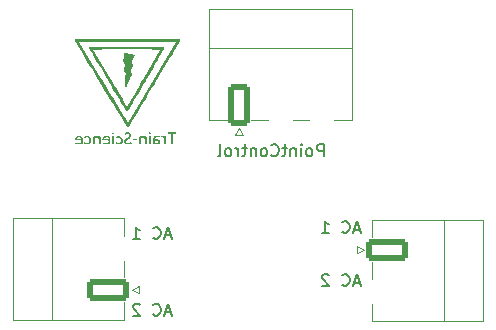
<source format=gbr>
%TF.GenerationSoftware,KiCad,Pcbnew,8.0.2*%
%TF.CreationDate,2024-12-24T23:24:08+01:00*%
%TF.ProjectId,PointControl,506f696e-7443-46f6-9e74-726f6c2e6b69,rev?*%
%TF.SameCoordinates,Original*%
%TF.FileFunction,Legend,Bot*%
%TF.FilePolarity,Positive*%
%FSLAX46Y46*%
G04 Gerber Fmt 4.6, Leading zero omitted, Abs format (unit mm)*
G04 Created by KiCad (PCBNEW 8.0.2) date 2024-12-24 23:24:08*
%MOMM*%
%LPD*%
G01*
G04 APERTURE LIST*
G04 Aperture macros list*
%AMRoundRect*
0 Rectangle with rounded corners*
0 $1 Rounding radius*
0 $2 $3 $4 $5 $6 $7 $8 $9 X,Y pos of 4 corners*
0 Add a 4 corners polygon primitive as box body*
4,1,4,$2,$3,$4,$5,$6,$7,$8,$9,$2,$3,0*
0 Add four circle primitives for the rounded corners*
1,1,$1+$1,$2,$3*
1,1,$1+$1,$4,$5*
1,1,$1+$1,$6,$7*
1,1,$1+$1,$8,$9*
0 Add four rect primitives between the rounded corners*
20,1,$1+$1,$2,$3,$4,$5,0*
20,1,$1+$1,$4,$5,$6,$7,0*
20,1,$1+$1,$6,$7,$8,$9,0*
20,1,$1+$1,$8,$9,$2,$3,0*%
G04 Aperture macros list end*
%ADD10C,0.150000*%
%ADD11C,0.120000*%
%ADD12C,0.000000*%
%ADD13R,1.800000X1.800000*%
%ADD14C,1.800000*%
%ADD15C,1.400000*%
%ADD16O,1.400000X1.400000*%
%ADD17O,3.700000X2.000000*%
%ADD18R,1.500000X1.500000*%
%ADD19O,1.500000X1.500000*%
%ADD20RoundRect,0.250000X-1.550000X0.650000X-1.550000X-0.650000X1.550000X-0.650000X1.550000X0.650000X0*%
%ADD21O,3.600000X1.800000*%
%ADD22RoundRect,0.250000X1.550000X-0.650000X1.550000X0.650000X-1.550000X0.650000X-1.550000X-0.650000X0*%
%ADD23RoundRect,0.250000X-0.650000X-1.550000X0.650000X-1.550000X0.650000X1.550000X-0.650000X1.550000X0*%
%ADD24O,1.800000X3.600000*%
G04 APERTURE END LIST*
D10*
X162163220Y-85869819D02*
X162163220Y-84869819D01*
X162163220Y-84869819D02*
X161782268Y-84869819D01*
X161782268Y-84869819D02*
X161687030Y-84917438D01*
X161687030Y-84917438D02*
X161639411Y-84965057D01*
X161639411Y-84965057D02*
X161591792Y-85060295D01*
X161591792Y-85060295D02*
X161591792Y-85203152D01*
X161591792Y-85203152D02*
X161639411Y-85298390D01*
X161639411Y-85298390D02*
X161687030Y-85346009D01*
X161687030Y-85346009D02*
X161782268Y-85393628D01*
X161782268Y-85393628D02*
X162163220Y-85393628D01*
X161020363Y-85869819D02*
X161115601Y-85822200D01*
X161115601Y-85822200D02*
X161163220Y-85774580D01*
X161163220Y-85774580D02*
X161210839Y-85679342D01*
X161210839Y-85679342D02*
X161210839Y-85393628D01*
X161210839Y-85393628D02*
X161163220Y-85298390D01*
X161163220Y-85298390D02*
X161115601Y-85250771D01*
X161115601Y-85250771D02*
X161020363Y-85203152D01*
X161020363Y-85203152D02*
X160877506Y-85203152D01*
X160877506Y-85203152D02*
X160782268Y-85250771D01*
X160782268Y-85250771D02*
X160734649Y-85298390D01*
X160734649Y-85298390D02*
X160687030Y-85393628D01*
X160687030Y-85393628D02*
X160687030Y-85679342D01*
X160687030Y-85679342D02*
X160734649Y-85774580D01*
X160734649Y-85774580D02*
X160782268Y-85822200D01*
X160782268Y-85822200D02*
X160877506Y-85869819D01*
X160877506Y-85869819D02*
X161020363Y-85869819D01*
X160258458Y-85869819D02*
X160258458Y-85203152D01*
X160258458Y-84869819D02*
X160306077Y-84917438D01*
X160306077Y-84917438D02*
X160258458Y-84965057D01*
X160258458Y-84965057D02*
X160210839Y-84917438D01*
X160210839Y-84917438D02*
X160258458Y-84869819D01*
X160258458Y-84869819D02*
X160258458Y-84965057D01*
X159782268Y-85203152D02*
X159782268Y-85869819D01*
X159782268Y-85298390D02*
X159734649Y-85250771D01*
X159734649Y-85250771D02*
X159639411Y-85203152D01*
X159639411Y-85203152D02*
X159496554Y-85203152D01*
X159496554Y-85203152D02*
X159401316Y-85250771D01*
X159401316Y-85250771D02*
X159353697Y-85346009D01*
X159353697Y-85346009D02*
X159353697Y-85869819D01*
X159020363Y-85203152D02*
X158639411Y-85203152D01*
X158877506Y-84869819D02*
X158877506Y-85726961D01*
X158877506Y-85726961D02*
X158829887Y-85822200D01*
X158829887Y-85822200D02*
X158734649Y-85869819D01*
X158734649Y-85869819D02*
X158639411Y-85869819D01*
X157734649Y-85774580D02*
X157782268Y-85822200D01*
X157782268Y-85822200D02*
X157925125Y-85869819D01*
X157925125Y-85869819D02*
X158020363Y-85869819D01*
X158020363Y-85869819D02*
X158163220Y-85822200D01*
X158163220Y-85822200D02*
X158258458Y-85726961D01*
X158258458Y-85726961D02*
X158306077Y-85631723D01*
X158306077Y-85631723D02*
X158353696Y-85441247D01*
X158353696Y-85441247D02*
X158353696Y-85298390D01*
X158353696Y-85298390D02*
X158306077Y-85107914D01*
X158306077Y-85107914D02*
X158258458Y-85012676D01*
X158258458Y-85012676D02*
X158163220Y-84917438D01*
X158163220Y-84917438D02*
X158020363Y-84869819D01*
X158020363Y-84869819D02*
X157925125Y-84869819D01*
X157925125Y-84869819D02*
X157782268Y-84917438D01*
X157782268Y-84917438D02*
X157734649Y-84965057D01*
X157163220Y-85869819D02*
X157258458Y-85822200D01*
X157258458Y-85822200D02*
X157306077Y-85774580D01*
X157306077Y-85774580D02*
X157353696Y-85679342D01*
X157353696Y-85679342D02*
X157353696Y-85393628D01*
X157353696Y-85393628D02*
X157306077Y-85298390D01*
X157306077Y-85298390D02*
X157258458Y-85250771D01*
X157258458Y-85250771D02*
X157163220Y-85203152D01*
X157163220Y-85203152D02*
X157020363Y-85203152D01*
X157020363Y-85203152D02*
X156925125Y-85250771D01*
X156925125Y-85250771D02*
X156877506Y-85298390D01*
X156877506Y-85298390D02*
X156829887Y-85393628D01*
X156829887Y-85393628D02*
X156829887Y-85679342D01*
X156829887Y-85679342D02*
X156877506Y-85774580D01*
X156877506Y-85774580D02*
X156925125Y-85822200D01*
X156925125Y-85822200D02*
X157020363Y-85869819D01*
X157020363Y-85869819D02*
X157163220Y-85869819D01*
X156401315Y-85203152D02*
X156401315Y-85869819D01*
X156401315Y-85298390D02*
X156353696Y-85250771D01*
X156353696Y-85250771D02*
X156258458Y-85203152D01*
X156258458Y-85203152D02*
X156115601Y-85203152D01*
X156115601Y-85203152D02*
X156020363Y-85250771D01*
X156020363Y-85250771D02*
X155972744Y-85346009D01*
X155972744Y-85346009D02*
X155972744Y-85869819D01*
X155639410Y-85203152D02*
X155258458Y-85203152D01*
X155496553Y-84869819D02*
X155496553Y-85726961D01*
X155496553Y-85726961D02*
X155448934Y-85822200D01*
X155448934Y-85822200D02*
X155353696Y-85869819D01*
X155353696Y-85869819D02*
X155258458Y-85869819D01*
X154925124Y-85869819D02*
X154925124Y-85203152D01*
X154925124Y-85393628D02*
X154877505Y-85298390D01*
X154877505Y-85298390D02*
X154829886Y-85250771D01*
X154829886Y-85250771D02*
X154734648Y-85203152D01*
X154734648Y-85203152D02*
X154639410Y-85203152D01*
X154163219Y-85869819D02*
X154258457Y-85822200D01*
X154258457Y-85822200D02*
X154306076Y-85774580D01*
X154306076Y-85774580D02*
X154353695Y-85679342D01*
X154353695Y-85679342D02*
X154353695Y-85393628D01*
X154353695Y-85393628D02*
X154306076Y-85298390D01*
X154306076Y-85298390D02*
X154258457Y-85250771D01*
X154258457Y-85250771D02*
X154163219Y-85203152D01*
X154163219Y-85203152D02*
X154020362Y-85203152D01*
X154020362Y-85203152D02*
X153925124Y-85250771D01*
X153925124Y-85250771D02*
X153877505Y-85298390D01*
X153877505Y-85298390D02*
X153829886Y-85393628D01*
X153829886Y-85393628D02*
X153829886Y-85679342D01*
X153829886Y-85679342D02*
X153877505Y-85774580D01*
X153877505Y-85774580D02*
X153925124Y-85822200D01*
X153925124Y-85822200D02*
X154020362Y-85869819D01*
X154020362Y-85869819D02*
X154163219Y-85869819D01*
X153258457Y-85869819D02*
X153353695Y-85822200D01*
X153353695Y-85822200D02*
X153401314Y-85726961D01*
X153401314Y-85726961D02*
X153401314Y-84869819D01*
X165210839Y-92084104D02*
X164734649Y-92084104D01*
X165306077Y-92369819D02*
X164972744Y-91369819D01*
X164972744Y-91369819D02*
X164639411Y-92369819D01*
X163734649Y-92274580D02*
X163782268Y-92322200D01*
X163782268Y-92322200D02*
X163925125Y-92369819D01*
X163925125Y-92369819D02*
X164020363Y-92369819D01*
X164020363Y-92369819D02*
X164163220Y-92322200D01*
X164163220Y-92322200D02*
X164258458Y-92226961D01*
X164258458Y-92226961D02*
X164306077Y-92131723D01*
X164306077Y-92131723D02*
X164353696Y-91941247D01*
X164353696Y-91941247D02*
X164353696Y-91798390D01*
X164353696Y-91798390D02*
X164306077Y-91607914D01*
X164306077Y-91607914D02*
X164258458Y-91512676D01*
X164258458Y-91512676D02*
X164163220Y-91417438D01*
X164163220Y-91417438D02*
X164020363Y-91369819D01*
X164020363Y-91369819D02*
X163925125Y-91369819D01*
X163925125Y-91369819D02*
X163782268Y-91417438D01*
X163782268Y-91417438D02*
X163734649Y-91465057D01*
X162020363Y-92369819D02*
X162591791Y-92369819D01*
X162306077Y-92369819D02*
X162306077Y-91369819D01*
X162306077Y-91369819D02*
X162401315Y-91512676D01*
X162401315Y-91512676D02*
X162496553Y-91607914D01*
X162496553Y-91607914D02*
X162591791Y-91655533D01*
X149210839Y-92584104D02*
X148734649Y-92584104D01*
X149306077Y-92869819D02*
X148972744Y-91869819D01*
X148972744Y-91869819D02*
X148639411Y-92869819D01*
X147734649Y-92774580D02*
X147782268Y-92822200D01*
X147782268Y-92822200D02*
X147925125Y-92869819D01*
X147925125Y-92869819D02*
X148020363Y-92869819D01*
X148020363Y-92869819D02*
X148163220Y-92822200D01*
X148163220Y-92822200D02*
X148258458Y-92726961D01*
X148258458Y-92726961D02*
X148306077Y-92631723D01*
X148306077Y-92631723D02*
X148353696Y-92441247D01*
X148353696Y-92441247D02*
X148353696Y-92298390D01*
X148353696Y-92298390D02*
X148306077Y-92107914D01*
X148306077Y-92107914D02*
X148258458Y-92012676D01*
X148258458Y-92012676D02*
X148163220Y-91917438D01*
X148163220Y-91917438D02*
X148020363Y-91869819D01*
X148020363Y-91869819D02*
X147925125Y-91869819D01*
X147925125Y-91869819D02*
X147782268Y-91917438D01*
X147782268Y-91917438D02*
X147734649Y-91965057D01*
X146020363Y-92869819D02*
X146591791Y-92869819D01*
X146306077Y-92869819D02*
X146306077Y-91869819D01*
X146306077Y-91869819D02*
X146401315Y-92012676D01*
X146401315Y-92012676D02*
X146496553Y-92107914D01*
X146496553Y-92107914D02*
X146591791Y-92155533D01*
X165210839Y-96584104D02*
X164734649Y-96584104D01*
X165306077Y-96869819D02*
X164972744Y-95869819D01*
X164972744Y-95869819D02*
X164639411Y-96869819D01*
X163734649Y-96774580D02*
X163782268Y-96822200D01*
X163782268Y-96822200D02*
X163925125Y-96869819D01*
X163925125Y-96869819D02*
X164020363Y-96869819D01*
X164020363Y-96869819D02*
X164163220Y-96822200D01*
X164163220Y-96822200D02*
X164258458Y-96726961D01*
X164258458Y-96726961D02*
X164306077Y-96631723D01*
X164306077Y-96631723D02*
X164353696Y-96441247D01*
X164353696Y-96441247D02*
X164353696Y-96298390D01*
X164353696Y-96298390D02*
X164306077Y-96107914D01*
X164306077Y-96107914D02*
X164258458Y-96012676D01*
X164258458Y-96012676D02*
X164163220Y-95917438D01*
X164163220Y-95917438D02*
X164020363Y-95869819D01*
X164020363Y-95869819D02*
X163925125Y-95869819D01*
X163925125Y-95869819D02*
X163782268Y-95917438D01*
X163782268Y-95917438D02*
X163734649Y-95965057D01*
X162591791Y-95965057D02*
X162544172Y-95917438D01*
X162544172Y-95917438D02*
X162448934Y-95869819D01*
X162448934Y-95869819D02*
X162210839Y-95869819D01*
X162210839Y-95869819D02*
X162115601Y-95917438D01*
X162115601Y-95917438D02*
X162067982Y-95965057D01*
X162067982Y-95965057D02*
X162020363Y-96060295D01*
X162020363Y-96060295D02*
X162020363Y-96155533D01*
X162020363Y-96155533D02*
X162067982Y-96298390D01*
X162067982Y-96298390D02*
X162639410Y-96869819D01*
X162639410Y-96869819D02*
X162020363Y-96869819D01*
X149210839Y-99084104D02*
X148734649Y-99084104D01*
X149306077Y-99369819D02*
X148972744Y-98369819D01*
X148972744Y-98369819D02*
X148639411Y-99369819D01*
X147734649Y-99274580D02*
X147782268Y-99322200D01*
X147782268Y-99322200D02*
X147925125Y-99369819D01*
X147925125Y-99369819D02*
X148020363Y-99369819D01*
X148020363Y-99369819D02*
X148163220Y-99322200D01*
X148163220Y-99322200D02*
X148258458Y-99226961D01*
X148258458Y-99226961D02*
X148306077Y-99131723D01*
X148306077Y-99131723D02*
X148353696Y-98941247D01*
X148353696Y-98941247D02*
X148353696Y-98798390D01*
X148353696Y-98798390D02*
X148306077Y-98607914D01*
X148306077Y-98607914D02*
X148258458Y-98512676D01*
X148258458Y-98512676D02*
X148163220Y-98417438D01*
X148163220Y-98417438D02*
X148020363Y-98369819D01*
X148020363Y-98369819D02*
X147925125Y-98369819D01*
X147925125Y-98369819D02*
X147782268Y-98417438D01*
X147782268Y-98417438D02*
X147734649Y-98465057D01*
X146591791Y-98465057D02*
X146544172Y-98417438D01*
X146544172Y-98417438D02*
X146448934Y-98369819D01*
X146448934Y-98369819D02*
X146210839Y-98369819D01*
X146210839Y-98369819D02*
X146115601Y-98417438D01*
X146115601Y-98417438D02*
X146067982Y-98465057D01*
X146067982Y-98465057D02*
X146020363Y-98560295D01*
X146020363Y-98560295D02*
X146020363Y-98655533D01*
X146020363Y-98655533D02*
X146067982Y-98798390D01*
X146067982Y-98798390D02*
X146639410Y-99369819D01*
X146639410Y-99369819D02*
X146020363Y-99369819D01*
D11*
%TO.C,J3*%
X164967500Y-93505000D02*
X165567500Y-93805000D01*
X164967500Y-94105000D02*
X164967500Y-93505000D01*
X165567500Y-93805000D02*
X164967500Y-94105000D01*
X166257500Y-92755000D02*
X166257500Y-91245000D01*
X166257500Y-96255000D02*
X166257500Y-94855000D01*
X166257500Y-98355000D02*
X166257500Y-99865000D01*
X166257500Y-99865000D02*
X175677500Y-99865000D01*
X172367500Y-99865000D02*
X172367500Y-91245000D01*
X175677500Y-91245000D02*
X166257500Y-91245000D01*
X175677500Y-99865000D02*
X175677500Y-91245000D01*
D12*
%TO.C,G\u002A\u002A\u002A*%
G36*
X144437643Y-84878200D02*
G01*
X144276679Y-84878200D01*
X144276679Y-84137769D01*
X144437643Y-84137769D01*
X144437643Y-84878200D01*
G37*
G36*
X147528137Y-84878200D02*
G01*
X147367174Y-84878200D01*
X147367174Y-84137769D01*
X147528137Y-84137769D01*
X147528137Y-84878200D01*
G37*
G36*
X144400562Y-83878361D02*
G01*
X144431833Y-83936565D01*
X144433714Y-83953786D01*
X144420546Y-83997959D01*
X144361300Y-84008999D01*
X144307002Y-84003300D01*
X144258463Y-83967248D01*
X144264576Y-83897528D01*
X144288557Y-83865565D01*
X144344317Y-83852714D01*
X144400562Y-83878361D01*
G37*
G36*
X147491057Y-83878361D02*
G01*
X147522328Y-83936565D01*
X147524208Y-83953786D01*
X147511040Y-83997959D01*
X147451794Y-84008999D01*
X147397497Y-84003300D01*
X147348957Y-83967248D01*
X147355070Y-83897528D01*
X147379051Y-83865565D01*
X147434811Y-83852714D01*
X147491057Y-83878361D01*
G37*
G36*
X146302697Y-84406845D02*
G01*
X146373403Y-84433919D01*
X146401394Y-84476406D01*
X146399883Y-84486965D01*
X146374379Y-84509353D01*
X146308268Y-84520841D01*
X146189781Y-84524081D01*
X146090351Y-84522672D01*
X146020453Y-84515260D01*
X145990951Y-84498166D01*
X145988845Y-84467744D01*
X145990713Y-84461014D01*
X146033283Y-84422266D01*
X146112737Y-84400600D01*
X146209175Y-84395599D01*
X146302697Y-84406845D01*
G37*
G36*
X148848035Y-84878200D02*
G01*
X148767554Y-84878200D01*
X148742154Y-84877549D01*
X148710963Y-84867539D01*
X148694538Y-84834440D01*
X148688151Y-84764488D01*
X148687072Y-84643919D01*
X148686820Y-84611100D01*
X148674100Y-84450385D01*
X148639695Y-84343818D01*
X148580170Y-84284752D01*
X148492091Y-84266540D01*
X148470283Y-84266013D01*
X148412873Y-84249633D01*
X148397338Y-84202155D01*
X148404379Y-84174259D01*
X148452967Y-84141074D01*
X148532476Y-84139196D01*
X148624803Y-84171095D01*
X148667366Y-84187977D01*
X148687072Y-84171095D01*
X148707060Y-84149174D01*
X148767554Y-84137769D01*
X148848035Y-84137769D01*
X148848035Y-84878200D01*
G37*
G36*
X149413250Y-83848161D02*
G01*
X149551928Y-83849892D01*
X149640901Y-83854863D01*
X149690335Y-83864589D01*
X149710399Y-83880588D01*
X149711260Y-83904373D01*
X149698923Y-83931105D01*
X149648526Y-83957408D01*
X149547936Y-83970522D01*
X149395310Y-83980334D01*
X149395310Y-84878200D01*
X149234347Y-84878200D01*
X149234347Y-83976806D01*
X149089480Y-83976806D01*
X149079073Y-83976782D01*
X148993451Y-83971683D01*
X148954092Y-83952657D01*
X148944613Y-83912421D01*
X148946076Y-83893024D01*
X148958582Y-83872129D01*
X148992918Y-83858945D01*
X149059722Y-83851709D01*
X149169632Y-83848660D01*
X149333286Y-83848036D01*
X149413250Y-83848161D01*
G37*
G36*
X142267443Y-84152527D02*
G01*
X142371074Y-84213042D01*
X142436761Y-84323108D01*
X142467213Y-84485733D01*
X142472723Y-84594215D01*
X142465240Y-84666703D01*
X142437730Y-84720957D01*
X142383565Y-84780323D01*
X142349476Y-84812169D01*
X142263070Y-84864144D01*
X142158007Y-84878200D01*
X142056735Y-84864981D01*
X141965331Y-84824764D01*
X141910377Y-84767108D01*
X141905822Y-84701773D01*
X141917453Y-84674932D01*
X141940884Y-84662129D01*
X141986159Y-84696759D01*
X141987143Y-84697642D01*
X142076839Y-84741772D01*
X142178361Y-84742246D01*
X142262339Y-84698841D01*
X142272905Y-84686043D01*
X142303926Y-84603032D01*
X142312505Y-84494878D01*
X142298643Y-84390078D01*
X142262339Y-84317129D01*
X142261462Y-84316260D01*
X142177057Y-84273442D01*
X142075499Y-84274500D01*
X141986159Y-84319211D01*
X141957801Y-84343557D01*
X141927105Y-84352981D01*
X141905822Y-84314197D01*
X141907209Y-84256548D01*
X141956895Y-84197368D01*
X142043854Y-84154371D01*
X142153736Y-84137769D01*
X142267443Y-84152527D01*
G37*
G36*
X144939433Y-84152527D02*
G01*
X145043064Y-84213042D01*
X145108751Y-84323108D01*
X145139202Y-84485733D01*
X145144713Y-84594215D01*
X145137230Y-84666703D01*
X145109720Y-84720957D01*
X145055554Y-84780323D01*
X145021466Y-84812169D01*
X144935060Y-84864144D01*
X144829997Y-84878200D01*
X144728725Y-84864981D01*
X144637321Y-84824764D01*
X144582367Y-84767108D01*
X144577812Y-84701773D01*
X144589442Y-84674932D01*
X144612874Y-84662129D01*
X144658149Y-84696759D01*
X144659132Y-84697642D01*
X144748829Y-84741772D01*
X144850351Y-84742246D01*
X144934329Y-84698841D01*
X144937808Y-84695116D01*
X144972068Y-84619813D01*
X144984918Y-84507985D01*
X144984829Y-84498249D01*
X144970026Y-84388454D01*
X144934329Y-84317129D01*
X144933452Y-84316260D01*
X144849046Y-84273442D01*
X144747489Y-84274500D01*
X144658149Y-84319211D01*
X144629791Y-84343557D01*
X144599095Y-84352981D01*
X144577812Y-84314197D01*
X144579199Y-84256548D01*
X144628885Y-84197368D01*
X144715844Y-84154371D01*
X144825726Y-84137769D01*
X144939433Y-84152527D01*
G37*
G36*
X145655545Y-83859551D02*
G01*
X145775050Y-83909279D01*
X145853625Y-83988715D01*
X145885703Y-84087357D01*
X145865715Y-84194707D01*
X145788095Y-84300264D01*
X145769912Y-84316568D01*
X145688092Y-84377866D01*
X145619083Y-84413566D01*
X145589151Y-84424271D01*
X145497182Y-84483964D01*
X145444659Y-84562595D01*
X145438147Y-84645370D01*
X145484212Y-84717493D01*
X145494171Y-84724264D01*
X145575009Y-84742002D01*
X145697064Y-84733359D01*
X145846071Y-84699064D01*
X145894108Y-84695068D01*
X145919312Y-84722510D01*
X145903630Y-84772052D01*
X145846956Y-84828086D01*
X145774362Y-84859597D01*
X145650995Y-84876193D01*
X145518443Y-84866535D01*
X145404505Y-84830471D01*
X145335918Y-84775535D01*
X145276175Y-84673564D01*
X145257510Y-84571135D01*
X145283286Y-84471193D01*
X145363892Y-84382305D01*
X145504028Y-84296699D01*
X145581544Y-84253443D01*
X145680966Y-84173245D01*
X145718040Y-84096183D01*
X145691874Y-84023550D01*
X145689325Y-84020703D01*
X145630866Y-83990818D01*
X145547363Y-83977888D01*
X145467389Y-83983439D01*
X145419518Y-84008999D01*
X145378666Y-84039789D01*
X145329818Y-84028914D01*
X145306844Y-83977939D01*
X145306846Y-83977335D01*
X145336524Y-83908240D01*
X145419550Y-83863771D01*
X145548289Y-83848036D01*
X145655545Y-83859551D01*
G37*
G36*
X148331800Y-84657537D02*
G01*
X148317997Y-84753657D01*
X148263052Y-84826932D01*
X148215337Y-84849617D01*
X148111055Y-84867821D01*
X147954320Y-84871021D01*
X147715488Y-84866149D01*
X147724949Y-84610009D01*
X147882256Y-84610009D01*
X147887663Y-84647033D01*
X147920887Y-84710799D01*
X147962907Y-84736034D01*
X148041587Y-84748708D01*
X148117211Y-84735887D01*
X148161178Y-84698977D01*
X148163371Y-84641434D01*
X148111613Y-84596669D01*
X148000200Y-84566989D01*
X147929399Y-84558870D01*
X147891113Y-84570273D01*
X147882256Y-84610009D01*
X147724949Y-84610009D01*
X147726439Y-84569661D01*
X147729750Y-84496881D01*
X147745189Y-84342138D01*
X147775297Y-84238404D01*
X147826525Y-84176130D01*
X147905320Y-84145768D01*
X148018132Y-84137769D01*
X148053023Y-84138364D01*
X148185633Y-84155257D01*
X148270723Y-84193209D01*
X148300760Y-84249250D01*
X148300575Y-84253278D01*
X148282746Y-84276184D01*
X148226931Y-84282973D01*
X148120538Y-84275480D01*
X148022247Y-84268689D01*
X147948450Y-84275964D01*
X147911779Y-84301951D01*
X147889171Y-84348663D01*
X147890730Y-84405832D01*
X147938593Y-84427683D01*
X148000848Y-84433723D01*
X148111053Y-84460717D01*
X148214915Y-84500608D01*
X148283578Y-84543690D01*
X148302410Y-84566887D01*
X148326579Y-84641434D01*
X148331800Y-84657537D01*
G37*
G36*
X141785062Y-84408000D02*
G01*
X141789043Y-84579890D01*
X141784990Y-84610586D01*
X141751673Y-84723779D01*
X141686543Y-84804705D01*
X141673593Y-84814820D01*
X141585060Y-84855354D01*
X141474826Y-84875154D01*
X141359745Y-84875338D01*
X141256676Y-84857024D01*
X141182473Y-84821331D01*
X141153992Y-84769376D01*
X141154595Y-84762067D01*
X141174625Y-84740300D01*
X141232476Y-84733706D01*
X141340940Y-84740295D01*
X141416509Y-84744072D01*
X141540577Y-84727168D01*
X141613215Y-84674960D01*
X141636882Y-84586167D01*
X141636110Y-84571882D01*
X141623383Y-84546313D01*
X141584931Y-84531892D01*
X141507877Y-84525517D01*
X141379341Y-84524081D01*
X141121800Y-84524081D01*
X141121800Y-84425027D01*
X141133096Y-84369557D01*
X141282763Y-84369557D01*
X141298534Y-84380152D01*
X141362846Y-84391076D01*
X141459822Y-84395311D01*
X141532663Y-84393017D01*
X141607767Y-84383662D01*
X141636882Y-84369557D01*
X141619398Y-84326073D01*
X141554491Y-84283306D01*
X141459822Y-84266540D01*
X141385085Y-84276712D01*
X141311579Y-84314477D01*
X141282763Y-84369557D01*
X141133096Y-84369557D01*
X141139427Y-84338471D01*
X141206589Y-84237669D01*
X141308043Y-84165419D01*
X141426752Y-84137769D01*
X141491651Y-84141482D01*
X141633413Y-84185192D01*
X141732201Y-84275233D01*
X141769756Y-84369557D01*
X141785062Y-84408000D01*
G37*
G36*
X143230632Y-84138988D02*
G01*
X143254082Y-84149787D01*
X143268311Y-84181124D01*
X143275622Y-84243962D01*
X143278320Y-84349262D01*
X143278707Y-84507985D01*
X143278707Y-84878200D01*
X143198226Y-84878200D01*
X143164899Y-84876724D01*
X143138045Y-84863601D01*
X143124001Y-84825642D01*
X143118617Y-84749664D01*
X143117744Y-84622485D01*
X143117648Y-84583304D01*
X143114459Y-84466262D01*
X143103981Y-84393461D01*
X143082472Y-84348920D01*
X143046196Y-84316654D01*
X143028838Y-84305399D01*
X142939310Y-84271399D01*
X142861414Y-84275444D01*
X142815358Y-84317462D01*
X142813401Y-84323840D01*
X142804470Y-84389366D01*
X142798190Y-84495739D01*
X142795817Y-84623292D01*
X142795363Y-84728007D01*
X142791258Y-84813522D01*
X142779330Y-84858257D01*
X142755413Y-84875415D01*
X142715336Y-84878200D01*
X142710166Y-84878194D01*
X142673666Y-84874987D01*
X142651405Y-84857328D01*
X142639863Y-84812734D01*
X142635520Y-84728722D01*
X142634854Y-84592808D01*
X142640764Y-84428568D01*
X142664825Y-84290150D01*
X142711329Y-84200519D01*
X142784433Y-84152213D01*
X142888293Y-84137769D01*
X142902737Y-84138050D01*
X142991895Y-84151219D01*
X143050944Y-84178010D01*
X143086858Y-84202107D01*
X143108354Y-84178010D01*
X143135439Y-84152507D01*
X143200908Y-84137769D01*
X143230632Y-84138988D01*
G37*
G36*
X144102933Y-84408000D02*
G01*
X144106913Y-84579890D01*
X144102861Y-84610586D01*
X144069544Y-84723779D01*
X144004414Y-84804705D01*
X143991464Y-84814820D01*
X143902931Y-84855354D01*
X143792696Y-84875154D01*
X143677616Y-84875338D01*
X143574546Y-84857024D01*
X143500343Y-84821331D01*
X143471863Y-84769376D01*
X143472465Y-84762067D01*
X143492496Y-84740300D01*
X143550347Y-84733706D01*
X143658811Y-84740295D01*
X143734380Y-84744072D01*
X143858448Y-84727168D01*
X143931086Y-84674960D01*
X143954753Y-84586167D01*
X143953980Y-84571882D01*
X143941254Y-84546313D01*
X143902802Y-84531892D01*
X143825747Y-84525517D01*
X143697212Y-84524081D01*
X143439670Y-84524081D01*
X143439670Y-84425027D01*
X143450967Y-84369557D01*
X143600634Y-84369557D01*
X143616405Y-84380152D01*
X143680717Y-84391076D01*
X143777693Y-84395311D01*
X143850534Y-84393017D01*
X143925637Y-84383662D01*
X143954753Y-84369557D01*
X143937269Y-84326073D01*
X143872361Y-84283306D01*
X143777693Y-84266540D01*
X143702956Y-84276712D01*
X143629450Y-84314477D01*
X143600634Y-84369557D01*
X143450967Y-84369557D01*
X143457298Y-84338471D01*
X143524460Y-84237669D01*
X143625914Y-84165419D01*
X143744623Y-84137769D01*
X143809522Y-84141482D01*
X143951284Y-84185192D01*
X144050072Y-84275233D01*
X144087627Y-84369557D01*
X144102933Y-84408000D01*
G37*
G36*
X147125943Y-84138988D02*
G01*
X147149392Y-84149787D01*
X147163621Y-84181124D01*
X147170933Y-84243962D01*
X147173630Y-84349262D01*
X147174018Y-84507985D01*
X147174018Y-84878200D01*
X147093536Y-84878200D01*
X147060209Y-84876724D01*
X147033355Y-84863601D01*
X147019311Y-84825642D01*
X147013927Y-84749664D01*
X147013054Y-84622485D01*
X147012958Y-84583304D01*
X147009770Y-84466262D01*
X146999291Y-84393461D01*
X146977783Y-84348920D01*
X146941506Y-84316654D01*
X146924149Y-84305399D01*
X146834620Y-84271399D01*
X146756725Y-84275444D01*
X146710669Y-84317462D01*
X146708712Y-84323840D01*
X146699781Y-84389366D01*
X146693501Y-84495739D01*
X146691128Y-84623292D01*
X146690674Y-84728007D01*
X146686568Y-84813522D01*
X146674641Y-84858257D01*
X146650723Y-84875415D01*
X146610646Y-84878200D01*
X146605476Y-84878194D01*
X146568976Y-84874987D01*
X146546716Y-84857328D01*
X146535174Y-84812734D01*
X146530830Y-84728722D01*
X146530165Y-84592808D01*
X146536075Y-84428568D01*
X146560135Y-84290150D01*
X146606639Y-84200519D01*
X146679743Y-84152213D01*
X146783604Y-84137769D01*
X146798048Y-84138050D01*
X146887205Y-84151219D01*
X146946255Y-84178010D01*
X146982168Y-84202107D01*
X147003665Y-84178010D01*
X147030750Y-84152507D01*
X147096219Y-84137769D01*
X147125943Y-84138988D01*
G37*
G36*
X145365584Y-77110055D02*
G01*
X145472767Y-77132861D01*
X145573350Y-77156620D01*
X145690498Y-77182490D01*
X145773637Y-77198793D01*
X145895236Y-77220750D01*
X146033330Y-77253223D01*
X146120583Y-77286145D01*
X146151770Y-77306406D01*
X146159596Y-77339893D01*
X146130486Y-77403058D01*
X146100421Y-77462127D01*
X146054304Y-77558113D01*
X146000888Y-77672502D01*
X145947168Y-77789987D01*
X145900137Y-77895260D01*
X145866789Y-77973014D01*
X145854119Y-78007939D01*
X145863380Y-78015074D01*
X145912351Y-78021166D01*
X145952176Y-78027492D01*
X146025165Y-78061407D01*
X146040994Y-78073772D01*
X146061542Y-78103801D01*
X146053917Y-78149076D01*
X146017132Y-78230418D01*
X145977393Y-78314681D01*
X145928778Y-78421347D01*
X145878601Y-78533885D01*
X145833966Y-78636197D01*
X145801976Y-78712185D01*
X145789734Y-78745752D01*
X145802087Y-78753883D01*
X145853957Y-78770882D01*
X145870712Y-78775961D01*
X145919591Y-78809444D01*
X145932862Y-78869132D01*
X145910483Y-78964145D01*
X145852412Y-79103598D01*
X145793724Y-79231375D01*
X145735959Y-79357942D01*
X145692615Y-79453739D01*
X145651819Y-79544386D01*
X145594889Y-79670417D01*
X145536281Y-79799810D01*
X145487947Y-79899317D01*
X145431388Y-79989226D01*
X145389957Y-80016590D01*
X145363601Y-79981388D01*
X145352268Y-79883598D01*
X145355906Y-79723196D01*
X145359886Y-79653403D01*
X145368180Y-79504500D01*
X145377639Y-79331671D01*
X145386896Y-79159771D01*
X145406005Y-78801418D01*
X145321617Y-78780238D01*
X145316672Y-78778961D01*
X145276504Y-78761997D01*
X145255203Y-78729791D01*
X145251919Y-78670527D01*
X145265804Y-78572393D01*
X145296010Y-78423574D01*
X145300827Y-78400954D01*
X145330958Y-78249284D01*
X145344833Y-78146164D01*
X145342154Y-78079271D01*
X145322626Y-78036286D01*
X145285953Y-78004888D01*
X145283111Y-78003021D01*
X145253176Y-77980265D01*
X145233207Y-77951066D01*
X145221580Y-77903841D01*
X145216670Y-77827007D01*
X145216853Y-77708980D01*
X145220506Y-77538178D01*
X145221185Y-77511545D01*
X145226677Y-77357056D01*
X145233793Y-77228829D01*
X145241688Y-77139569D01*
X145249518Y-77101982D01*
X145284913Y-77099110D01*
X145365584Y-77110055D01*
G37*
G36*
X148581719Y-76883184D02*
G01*
X148502787Y-77032073D01*
X148397520Y-77224575D01*
X148264981Y-77462366D01*
X148104234Y-77747123D01*
X147914343Y-78080524D01*
X147694371Y-78464245D01*
X147443382Y-78899962D01*
X147160439Y-79389354D01*
X147111932Y-79473120D01*
X146895243Y-79847143D01*
X146687855Y-80204831D01*
X146492060Y-80542244D01*
X146310153Y-80855441D01*
X146144426Y-81140482D01*
X145997173Y-81393428D01*
X145870688Y-81610339D01*
X145767262Y-81787274D01*
X145689191Y-81920294D01*
X145638767Y-82005458D01*
X145618283Y-82038827D01*
X145578828Y-82063333D01*
X145504969Y-82071019D01*
X145495686Y-82068271D01*
X145475663Y-82054318D01*
X145448629Y-82025943D01*
X145412638Y-81979973D01*
X145365739Y-81913233D01*
X145305986Y-81822552D01*
X145231428Y-81704755D01*
X145140119Y-81556670D01*
X145030109Y-81375124D01*
X144899450Y-81156942D01*
X144746193Y-80898953D01*
X144568390Y-80597982D01*
X144364093Y-80250857D01*
X144131353Y-79854404D01*
X143868222Y-79405450D01*
X143619297Y-78979970D01*
X143358813Y-78533321D01*
X143129789Y-78138872D01*
X142931313Y-77795011D01*
X142762474Y-77500128D01*
X142622359Y-77252610D01*
X142510059Y-77050845D01*
X142424661Y-76893220D01*
X142400356Y-76846134D01*
X142670753Y-76846134D01*
X144078654Y-79251177D01*
X144248203Y-79540713D01*
X144452368Y-79889092D01*
X144645448Y-80218265D01*
X144825065Y-80524190D01*
X144988839Y-80802826D01*
X145134391Y-81050130D01*
X145259342Y-81262061D01*
X145361313Y-81434577D01*
X145437924Y-81563637D01*
X145486797Y-81645197D01*
X145505551Y-81675218D01*
X145519109Y-81658326D01*
X145562889Y-81590149D01*
X145634496Y-81473481D01*
X145731586Y-81312287D01*
X145851814Y-81110530D01*
X145992836Y-80872174D01*
X146152308Y-80601185D01*
X146327885Y-80301526D01*
X146517222Y-79977162D01*
X146717976Y-79632056D01*
X146927803Y-79270175D01*
X148331057Y-76846134D01*
X146915529Y-76837751D01*
X146623334Y-76836322D01*
X146212992Y-76835062D01*
X145772337Y-76834402D01*
X145320309Y-76834341D01*
X144875847Y-76834879D01*
X144457890Y-76836016D01*
X144085377Y-76837751D01*
X142670753Y-76846134D01*
X142400356Y-76846134D01*
X142365252Y-76778125D01*
X142330923Y-76703948D01*
X142320761Y-76669075D01*
X142329024Y-76588593D01*
X148670976Y-76588593D01*
X148670640Y-76685171D01*
X148664325Y-76709537D01*
X148635253Y-76776231D01*
X148600264Y-76846134D01*
X148581719Y-76883184D01*
G37*
G36*
X149909319Y-76277634D02*
G01*
X149840391Y-76401603D01*
X149753544Y-76554190D01*
X149647239Y-76738043D01*
X149519940Y-76955812D01*
X149370107Y-77210146D01*
X149196204Y-77503693D01*
X148996692Y-77839103D01*
X148770035Y-78219024D01*
X148514693Y-78646106D01*
X148229130Y-79122996D01*
X147911808Y-79652344D01*
X147848249Y-79758324D01*
X147584652Y-80197804D01*
X147330181Y-80621988D01*
X147086834Y-81027547D01*
X146856611Y-81411155D01*
X146641509Y-81769484D01*
X146443527Y-82099208D01*
X146264662Y-82397000D01*
X146106914Y-82659531D01*
X145972280Y-82883476D01*
X145862758Y-83065508D01*
X145780348Y-83202298D01*
X145727047Y-83290521D01*
X145704854Y-83326849D01*
X145656237Y-83377194D01*
X145573048Y-83391234D01*
X145567308Y-83389830D01*
X145550270Y-83379488D01*
X145527050Y-83357107D01*
X145495962Y-83319991D01*
X145455317Y-83265444D01*
X145403427Y-83190771D01*
X145338606Y-83093274D01*
X145259164Y-82970259D01*
X145163414Y-82819029D01*
X145049668Y-82636888D01*
X144916239Y-82421141D01*
X144761439Y-82169091D01*
X144583579Y-81878044D01*
X144380972Y-81545302D01*
X144151931Y-81168170D01*
X143894766Y-80743951D01*
X143607792Y-80269951D01*
X143289319Y-79743473D01*
X143246932Y-79673373D01*
X142905669Y-79108468D01*
X142597101Y-78596665D01*
X142320308Y-78136404D01*
X142074369Y-77726125D01*
X141858366Y-77364265D01*
X141671377Y-77049265D01*
X141512483Y-76779564D01*
X141380764Y-76553600D01*
X141275299Y-76369813D01*
X141195169Y-76226643D01*
X141182133Y-76202282D01*
X141451267Y-76202282D01*
X143242237Y-79164660D01*
X143451284Y-79510436D01*
X143695156Y-79913804D01*
X143931827Y-80305256D01*
X144158687Y-80680472D01*
X144373125Y-81035135D01*
X144572530Y-81364926D01*
X144754290Y-81665527D01*
X144915795Y-81932620D01*
X145054434Y-82161887D01*
X145167595Y-82349010D01*
X145252669Y-82489669D01*
X145307043Y-82579549D01*
X145580880Y-83032058D01*
X149678624Y-76202282D01*
X147621505Y-76193997D01*
X147540962Y-76193685D01*
X147086510Y-76192298D01*
X146586428Y-76191318D01*
X146056433Y-76190746D01*
X145512241Y-76190581D01*
X144969568Y-76190824D01*
X144444130Y-76191474D01*
X143951644Y-76192532D01*
X143507826Y-76193997D01*
X141451267Y-76202282D01*
X141182133Y-76202282D01*
X141139454Y-76122528D01*
X141107234Y-76055908D01*
X141097588Y-76025222D01*
X141105703Y-75944740D01*
X145555144Y-75936579D01*
X146151718Y-75935499D01*
X146717326Y-75934537D01*
X147224771Y-75933786D01*
X147677236Y-75933284D01*
X148077905Y-75933070D01*
X148429962Y-75933182D01*
X148736592Y-75933657D01*
X149000980Y-75934534D01*
X149226308Y-75935852D01*
X149415762Y-75937648D01*
X149572525Y-75939961D01*
X149699782Y-75942828D01*
X149800717Y-75946288D01*
X149878514Y-75950379D01*
X149936357Y-75955140D01*
X149977430Y-75960608D01*
X150004918Y-75966821D01*
X150022005Y-75973819D01*
X150031875Y-75981638D01*
X150037712Y-75990317D01*
X150038984Y-75994349D01*
X150036588Y-76014961D01*
X150023961Y-76050947D01*
X149999566Y-76104955D01*
X149961864Y-76179635D01*
X149949721Y-76202282D01*
X149909319Y-76277634D01*
G37*
D11*
%TO.C,J1*%
X135822500Y-91135000D02*
X135822500Y-99755000D01*
X135822500Y-99755000D02*
X145242500Y-99755000D01*
X139132500Y-91135000D02*
X139132500Y-99755000D01*
X145242500Y-91135000D02*
X135822500Y-91135000D01*
X145242500Y-92645000D02*
X145242500Y-91135000D01*
X145242500Y-94745000D02*
X145242500Y-96145000D01*
X145242500Y-98245000D02*
X145242500Y-99755000D01*
X145932500Y-97195000D02*
X146532500Y-96895000D01*
X146532500Y-96895000D02*
X146532500Y-97495000D01*
X146532500Y-97495000D02*
X145932500Y-97195000D01*
%TO.C,J2*%
X152440000Y-73390000D02*
X152440000Y-82810000D01*
X153950000Y-82810000D02*
X152440000Y-82810000D01*
X154700000Y-84100000D02*
X155000000Y-83500000D01*
X155000000Y-83500000D02*
X155300000Y-84100000D01*
X155300000Y-84100000D02*
X154700000Y-84100000D01*
X157450000Y-82810000D02*
X156050000Y-82810000D01*
X160950000Y-82810000D02*
X159550000Y-82810000D01*
X163050000Y-82810000D02*
X164560000Y-82810000D01*
X164560000Y-73390000D02*
X152440000Y-73390000D01*
X164560000Y-76700000D02*
X152440000Y-76700000D01*
X164560000Y-82810000D02*
X164560000Y-73390000D01*
%TD*%
%LPC*%
D13*
%TO.C,D2*%
X150275000Y-89500000D03*
D14*
X147735000Y-89500000D03*
%TD*%
D15*
%TO.C,R1*%
X166690000Y-89000000D03*
D16*
X174310000Y-89000000D03*
%TD*%
D17*
%TO.C,SW1*%
X156100000Y-98300000D03*
X156100000Y-93600000D03*
X156100000Y-88900000D03*
X160900000Y-98300000D03*
X160900000Y-93600000D03*
X160900000Y-88900000D03*
%TD*%
D18*
%TO.C,D3*%
X174315000Y-85000000D03*
D19*
X166695000Y-85000000D03*
%TD*%
D13*
%TO.C,D1*%
X150275000Y-97000000D03*
D14*
X147735000Y-97000000D03*
%TD*%
D20*
%TO.C,J3*%
X167567500Y-93805000D03*
D21*
X167567500Y-97305000D03*
%TD*%
D22*
%TO.C,J1*%
X143932500Y-97195000D03*
D21*
X143932500Y-93695000D03*
%TD*%
D23*
%TO.C,J2*%
X155000000Y-81500000D03*
D24*
X158500000Y-81500000D03*
X162000000Y-81500000D03*
%TD*%
%LPD*%
M02*

</source>
